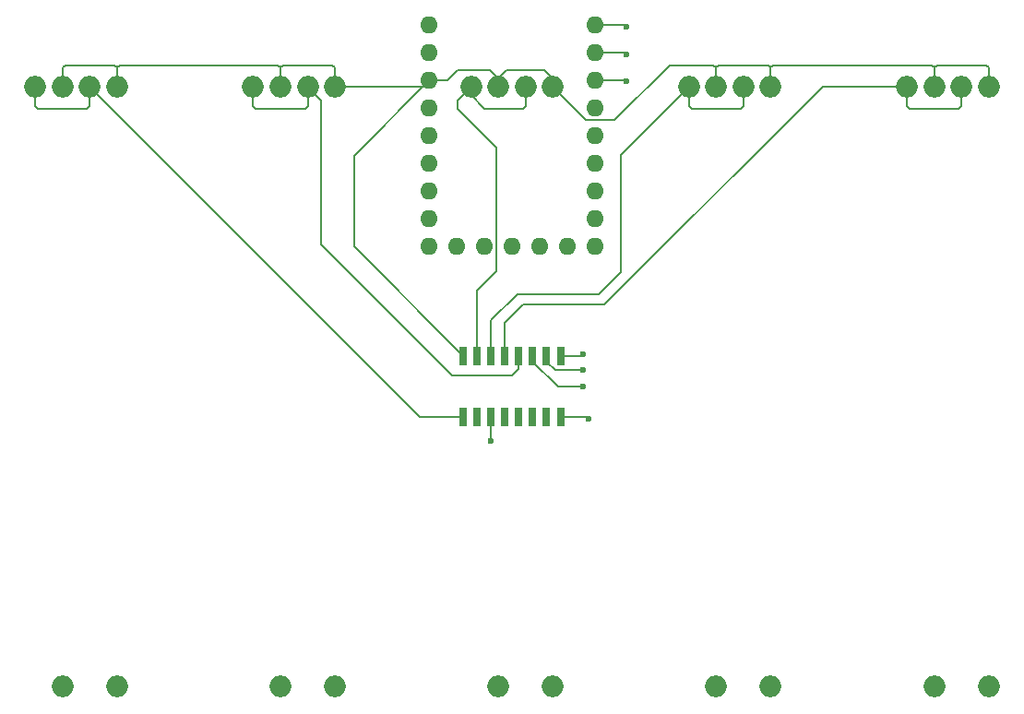
<source format=gbr>
%TF.GenerationSoftware,KiCad,Pcbnew,9.0.7*%
%TF.CreationDate,2026-01-29T16:23:54-06:00*%
%TF.ProjectId,deej,6465656a-2e6b-4696-9361-645f70636258,rev?*%
%TF.SameCoordinates,Original*%
%TF.FileFunction,Copper,L1,Top*%
%TF.FilePolarity,Positive*%
%FSLAX46Y46*%
G04 Gerber Fmt 4.6, Leading zero omitted, Abs format (unit mm)*
G04 Created by KiCad (PCBNEW 9.0.7) date 2026-01-29 16:23:54*
%MOMM*%
%LPD*%
G01*
G04 APERTURE LIST*
%TA.AperFunction,SMDPad,CuDef*%
%ADD10R,0.800000X1.750000*%
%TD*%
%TA.AperFunction,SMDPad,CuDef*%
%ADD11R,0.700000X1.750000*%
%TD*%
%TA.AperFunction,ComponentPad*%
%ADD12O,2.000000X2.000000*%
%TD*%
%TA.AperFunction,ComponentPad*%
%ADD13O,1.600000X1.600000*%
%TD*%
%TA.AperFunction,ViaPad*%
%ADD14C,0.600000*%
%TD*%
%TA.AperFunction,Conductor*%
%ADD15C,0.200000*%
%TD*%
G04 APERTURE END LIST*
D10*
%TO.P,U1,1,Y4*%
%TO.N,Net-(U1-Y4)*%
X145505000Y-107825000D03*
D11*
%TO.P,U1,2,Y6*%
%TO.N,unconnected-(U1-Y6-Pad2)*%
X146825000Y-107825000D03*
%TO.P,U1,3,Z*%
%TO.N,Net-(U1-Z)*%
X148095000Y-107825000D03*
%TO.P,U1,4,Y7*%
%TO.N,unconnected-(U1-Y7-Pad4)*%
X149365000Y-107825000D03*
%TO.P,U1,5,Y5*%
%TO.N,unconnected-(U1-Y5-Pad5)*%
X150635000Y-107825000D03*
%TO.P,U1,6,~{E}*%
%TO.N,unconnected-(U1-~{E}-Pad6)*%
X151905000Y-107825000D03*
%TO.P,U1,7,VEE*%
%TO.N,unconnected-(U1-VEE-Pad7)*%
X153175000Y-107825000D03*
D10*
%TO.P,U1,8,GND*%
%TO.N,GND*%
X154495000Y-107825000D03*
%TO.P,U1,9,S2*%
%TO.N,Net-(U1-S2)*%
X154495000Y-102175000D03*
D11*
%TO.P,U1,10,S1*%
%TO.N,Net-(U1-S1)*%
X153175000Y-102175000D03*
%TO.P,U1,11,S0*%
%TO.N,Net-(U1-S0)*%
X151905000Y-102175000D03*
%TO.P,U1,12,Y3*%
%TO.N,Net-(U1-Y3)*%
X150635000Y-102175000D03*
%TO.P,U1,13,Y0*%
%TO.N,Net-(U1-Y0)*%
X149365000Y-102175000D03*
%TO.P,U1,14,Y1*%
%TO.N,Net-(U1-Y1)*%
X148095000Y-102175000D03*
%TO.P,U1,15,Y2*%
%TO.N,Net-(U1-Y2)*%
X146825000Y-102175000D03*
D10*
%TO.P,U1,16,VCC*%
%TO.N,VCC*%
X145505000Y-102175000D03*
%TD*%
D12*
%TO.P,U2,1,OUT1*%
%TO.N,Net-(U1-Y0)*%
X186249900Y-77500200D03*
%TO.P,U2,2,VCC1*%
%TO.N,VCC*%
X188750100Y-77500200D03*
%TO.P,U2,3,GND1*%
%TO.N,GND*%
X188750100Y-132500100D03*
%TO.P,U2,4,OUT2*%
%TO.N,Net-(U1-Y0)*%
X191249900Y-77500200D03*
%TO.P,U2,5,VCC2*%
%TO.N,VCC*%
X193750100Y-77500200D03*
%TO.P,U2,6,GND2*%
%TO.N,GND*%
X193750100Y-132500100D03*
%TD*%
D13*
%TO.P,U8,1,GP0*%
%TO.N,Net-(U1-S0)*%
X157620000Y-71840000D03*
%TO.P,U8,2,GP1*%
%TO.N,Net-(U1-S1)*%
X157620000Y-74380000D03*
%TO.P,U8,3,GP2*%
%TO.N,Net-(U1-S2)*%
X157620000Y-76920000D03*
%TO.P,U8,4,GP3*%
%TO.N,unconnected-(U8-GP3-Pad4)*%
X157620000Y-79460000D03*
%TO.P,U8,5,GP4*%
%TO.N,unconnected-(U8-GP4-Pad5)*%
X157620000Y-82000000D03*
%TO.P,U8,6,GP5*%
%TO.N,unconnected-(U8-GP5-Pad6)*%
X157620000Y-84540000D03*
%TO.P,U8,7,GP6*%
%TO.N,unconnected-(U8-GP6-Pad7)*%
X157620000Y-87080000D03*
%TO.P,U8,8,GP7*%
%TO.N,unconnected-(U8-GP7-Pad8)*%
X157620000Y-89620000D03*
%TO.P,U8,9,GP8*%
%TO.N,unconnected-(U8-GP8-Pad9)*%
X157620000Y-92160000D03*
%TO.P,U8,10,GP9*%
%TO.N,unconnected-(U8-GP9-Pad10)*%
X155080000Y-92160000D03*
%TO.P,U8,11,GP10*%
%TO.N,unconnected-(U8-GP10-Pad11)*%
X152540000Y-92160000D03*
%TO.P,U8,12,GP11*%
%TO.N,unconnected-(U8-GP11-Pad12)*%
X150000000Y-92160000D03*
%TO.P,U8,13,GP12*%
%TO.N,unconnected-(U8-GP12-Pad13)*%
X147460000Y-92160000D03*
%TO.P,U8,14,GP13*%
%TO.N,unconnected-(U8-GP13-Pad14)*%
X144920000Y-92160000D03*
%TO.P,U8,15,GP14*%
%TO.N,unconnected-(U8-GP14-Pad15)*%
X142380000Y-92160000D03*
%TO.P,U8,16,GP15*%
%TO.N,unconnected-(U8-GP15-Pad16)*%
X142380000Y-89620000D03*
%TO.P,U8,17,GP26*%
%TO.N,Net-(U1-Z)*%
X142380000Y-87080000D03*
%TO.P,U8,18,GP27*%
%TO.N,unconnected-(U8-GP27-Pad18)*%
X142380000Y-84540000D03*
%TO.P,U8,19,GP28*%
%TO.N,unconnected-(U8-GP28-Pad19)*%
X142380000Y-82000000D03*
%TO.P,U8,20,GP29*%
%TO.N,unconnected-(U8-GP29-Pad20)*%
X142380000Y-79460000D03*
%TO.P,U8,21,3V3*%
%TO.N,VCC*%
X142380000Y-76920000D03*
%TO.P,U8,22,GND*%
%TO.N,GND*%
X142380000Y-74380000D03*
%TO.P,U8,23,5V*%
%TO.N,unconnected-(U8-5V-Pad23)*%
X142380000Y-71840000D03*
%TD*%
D12*
%TO.P,U3,1,OUT1*%
%TO.N,Net-(U1-Y1)*%
X166249900Y-77500200D03*
%TO.P,U3,2,VCC1*%
%TO.N,VCC*%
X168750100Y-77500200D03*
%TO.P,U3,3,GND1*%
%TO.N,GND*%
X168750100Y-132500100D03*
%TO.P,U3,4,OUT2*%
%TO.N,Net-(U1-Y1)*%
X171249900Y-77500200D03*
%TO.P,U3,5,VCC2*%
%TO.N,VCC*%
X173750100Y-77500200D03*
%TO.P,U3,6,GND2*%
%TO.N,GND*%
X173750100Y-132500100D03*
%TD*%
%TO.P,U5,1,OUT1*%
%TO.N,Net-(U1-Y3)*%
X126249900Y-77500200D03*
%TO.P,U5,2,VCC1*%
%TO.N,VCC*%
X128750100Y-77500200D03*
%TO.P,U5,3,GND1*%
%TO.N,GND*%
X128750100Y-132500100D03*
%TO.P,U5,4,OUT2*%
%TO.N,Net-(U1-Y3)*%
X131249900Y-77500200D03*
%TO.P,U5,5,VCC2*%
%TO.N,VCC*%
X133750100Y-77500200D03*
%TO.P,U5,6,GND2*%
%TO.N,GND*%
X133750100Y-132500100D03*
%TD*%
%TO.P,U4,1,OUT1*%
%TO.N,Net-(U1-Y2)*%
X146249900Y-77500200D03*
%TO.P,U4,2,VCC1*%
%TO.N,VCC*%
X148750100Y-77500200D03*
%TO.P,U4,3,GND1*%
%TO.N,GND*%
X148750100Y-132500100D03*
%TO.P,U4,4,OUT2*%
%TO.N,Net-(U1-Y2)*%
X151249900Y-77500200D03*
%TO.P,U4,5,VCC2*%
%TO.N,VCC*%
X153750100Y-77500200D03*
%TO.P,U4,6,GND2*%
%TO.N,GND*%
X153750100Y-132500100D03*
%TD*%
%TO.P,U6,1,OUT1*%
%TO.N,Net-(U1-Y4)*%
X106249900Y-77500200D03*
%TO.P,U6,2,VCC1*%
%TO.N,VCC*%
X108750100Y-77500200D03*
%TO.P,U6,3,GND1*%
%TO.N,GND*%
X108750100Y-132500100D03*
%TO.P,U6,4,OUT2*%
%TO.N,Net-(U1-Y4)*%
X111249900Y-77500200D03*
%TO.P,U6,5,VCC2*%
%TO.N,VCC*%
X113750100Y-77500200D03*
%TO.P,U6,6,GND2*%
%TO.N,GND*%
X113750100Y-132500100D03*
%TD*%
D14*
%TO.N,GND*%
X157000000Y-108000000D03*
%TO.N,Net-(U1-S2)*%
X156500000Y-102000000D03*
X160500000Y-77000000D03*
%TO.N,Net-(U1-S0)*%
X160500000Y-72000000D03*
X156500000Y-105000000D03*
%TO.N,Net-(U1-S1)*%
X160500000Y-74500000D03*
X156500000Y-103500000D03*
%TO.N,Net-(U1-Z)*%
X148095000Y-110000000D03*
%TD*%
D15*
%TO.N,GND*%
X154495000Y-107825000D02*
X156825000Y-107825000D01*
X156825000Y-107825000D02*
X157000000Y-108000000D01*
%TO.N,VCC*%
X153000000Y-76000000D02*
X153750100Y-76750100D01*
X133750100Y-75750100D02*
X133750100Y-77500200D01*
X168750100Y-75749900D02*
X169000000Y-75500000D01*
X174000200Y-75500000D02*
X188500200Y-75500000D01*
X148750100Y-76750100D02*
X148750100Y-77500200D01*
X142380000Y-76920000D02*
X144080000Y-76920000D01*
X193750100Y-75750100D02*
X193500000Y-75500000D01*
X148750100Y-77500200D02*
X148750100Y-76749900D01*
X145505000Y-102175000D02*
X135500000Y-92170000D01*
X148000000Y-76000000D02*
X148750100Y-76750100D01*
X156809900Y-80560000D02*
X153750100Y-77500200D01*
X193500000Y-75500000D02*
X189000000Y-75500000D01*
X128750100Y-75750100D02*
X129000200Y-75500000D01*
X114000200Y-75500000D02*
X128500000Y-75500000D01*
X148750100Y-76749900D02*
X149500000Y-76000000D01*
X188500200Y-75500000D02*
X188750100Y-75749900D01*
X169000000Y-75500000D02*
X173500000Y-75500000D01*
X108750100Y-77500200D02*
X108750100Y-75749900D01*
X128500000Y-75500000D02*
X128750100Y-75750100D01*
X149500000Y-76000000D02*
X153000000Y-76000000D01*
X173500000Y-75500000D02*
X173750100Y-75750100D01*
X113500000Y-75500000D02*
X113750100Y-75750100D01*
X193750100Y-77500200D02*
X193750100Y-75750100D01*
X135500000Y-92170000D02*
X135500000Y-83800000D01*
X133750100Y-77500200D02*
X141799800Y-77500200D01*
X164500000Y-75500000D02*
X159440000Y-80560000D01*
X188750100Y-75749900D02*
X188750100Y-77500200D01*
X141799800Y-77500200D02*
X142380000Y-76920000D01*
X173750100Y-75750100D02*
X174000200Y-75500000D01*
X133500000Y-75500000D02*
X133750100Y-75750100D01*
X173750100Y-75750100D02*
X173750100Y-77500200D01*
X168500200Y-75500000D02*
X164500000Y-75500000D01*
X113750100Y-75750100D02*
X113750100Y-77500200D01*
X168750100Y-77500200D02*
X168750100Y-75749900D01*
X189000000Y-75500000D02*
X188750100Y-75749900D01*
X128750100Y-75750100D02*
X128750100Y-77500200D01*
X113750100Y-75750100D02*
X114000200Y-75500000D01*
X145000000Y-76000000D02*
X148000000Y-76000000D01*
X159440000Y-80560000D02*
X156809900Y-80560000D01*
X109000000Y-75500000D02*
X113500000Y-75500000D01*
X108750100Y-75749900D02*
X109000000Y-75500000D01*
X168750100Y-75749900D02*
X168500200Y-75500000D01*
X153750100Y-76750100D02*
X153750100Y-77500200D01*
X129000200Y-75500000D02*
X133500000Y-75500000D01*
X144080000Y-76920000D02*
X145000000Y-76000000D01*
X135500000Y-83800000D02*
X142380000Y-76920000D01*
%TO.N,Net-(U1-S2)*%
X157620000Y-76920000D02*
X160420000Y-76920000D01*
X160420000Y-76920000D02*
X160500000Y-77000000D01*
X156325000Y-102175000D02*
X154495000Y-102175000D01*
X156500000Y-102000000D02*
X156325000Y-102175000D01*
%TO.N,Net-(U1-Y0)*%
X151000000Y-97500000D02*
X149365000Y-99135000D01*
X191000000Y-79500000D02*
X186500000Y-79500000D01*
X186249900Y-77500200D02*
X178499800Y-77500200D01*
X186500000Y-79500000D02*
X186249900Y-79249900D01*
X158500000Y-97500000D02*
X151000000Y-97500000D01*
X178499800Y-77500200D02*
X158500000Y-97500000D01*
X191249900Y-77500200D02*
X191249900Y-79250100D01*
X191249900Y-79250100D02*
X191000000Y-79500000D01*
X149365000Y-99135000D02*
X149365000Y-102175000D01*
X186249900Y-79249900D02*
X186249900Y-77500200D01*
%TO.N,Net-(U1-Y4)*%
X106249900Y-77500200D02*
X106249900Y-79249900D01*
X106500000Y-79500000D02*
X111000000Y-79500000D01*
X111000000Y-79500000D02*
X111249900Y-79250100D01*
X111249900Y-77500200D02*
X141574700Y-107825000D01*
X106249900Y-79249900D02*
X106500000Y-79500000D01*
X111249900Y-79250100D02*
X111249900Y-77500200D01*
X141574700Y-107825000D02*
X145505000Y-107825000D01*
%TO.N,Net-(U1-Y3)*%
X132500000Y-92000000D02*
X144500000Y-104000000D01*
X132500000Y-78750300D02*
X132500000Y-92000000D01*
X126249900Y-79249900D02*
X126500000Y-79500000D01*
X131249900Y-77500200D02*
X132500000Y-78750300D01*
X144500000Y-104000000D02*
X150000000Y-104000000D01*
X126500000Y-79500000D02*
X131000000Y-79500000D01*
X131249900Y-79250100D02*
X131249900Y-77500200D01*
X126249900Y-77500200D02*
X126249900Y-79249900D01*
X150635000Y-103365000D02*
X150635000Y-102175000D01*
X150000000Y-104000000D02*
X150635000Y-103365000D01*
X131000000Y-79500000D02*
X131249900Y-79250100D01*
%TO.N,Net-(U1-Y1)*%
X158000000Y-96500000D02*
X150500000Y-96500000D01*
X166249900Y-79249900D02*
X166249900Y-77500200D01*
X171000000Y-79500000D02*
X166500000Y-79500000D01*
X160000000Y-94500000D02*
X158000000Y-96500000D01*
X166249900Y-77500200D02*
X160000000Y-83750100D01*
X171249900Y-77500200D02*
X171249900Y-79250100D01*
X150500000Y-96500000D02*
X148095000Y-98905000D01*
X160000000Y-83750100D02*
X160000000Y-94500000D01*
X148095000Y-98905000D02*
X148095000Y-102175000D01*
X166500000Y-79500000D02*
X166249900Y-79249900D01*
X171249900Y-79250100D02*
X171000000Y-79500000D01*
%TO.N,Net-(U1-Y2)*%
X151249900Y-79250100D02*
X151000000Y-79500000D01*
X145000000Y-79500000D02*
X145000000Y-78750100D01*
X147500000Y-79500000D02*
X146249900Y-78249900D01*
X151249900Y-77500200D02*
X151249900Y-79250100D01*
X146825000Y-102175000D02*
X146825000Y-96175000D01*
X148560000Y-94440000D02*
X148560000Y-83060000D01*
X145000000Y-78750100D02*
X146249900Y-77500200D01*
X148560000Y-83060000D02*
X145000000Y-79500000D01*
X146825000Y-96175000D02*
X148560000Y-94440000D01*
X151000000Y-79500000D02*
X147500000Y-79500000D01*
X146249900Y-78249900D02*
X146249900Y-77500200D01*
%TO.N,Net-(U1-S0)*%
X160340000Y-71840000D02*
X160500000Y-72000000D01*
X157620000Y-71840000D02*
X160340000Y-71840000D01*
X154205000Y-105000000D02*
X151905000Y-102700000D01*
X156500000Y-105000000D02*
X154205000Y-105000000D01*
X151905000Y-102700000D02*
X151905000Y-102175000D01*
%TO.N,Net-(U1-S1)*%
X157620000Y-74380000D02*
X160380000Y-74380000D01*
X160380000Y-74380000D02*
X160500000Y-74500000D01*
X156500000Y-103500000D02*
X153975000Y-103500000D01*
X153975000Y-103500000D02*
X153175000Y-102700000D01*
X153175000Y-102700000D02*
X153175000Y-102175000D01*
%TO.N,Net-(U1-Z)*%
X148095000Y-107300000D02*
X148095000Y-107825000D01*
X148095000Y-110000000D02*
X148095000Y-107825000D01*
%TD*%
M02*

</source>
